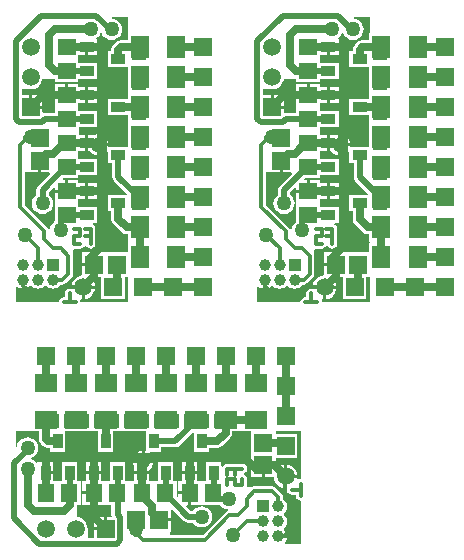
<source format=gbl>
%FSLAX24Y24*%
%MOIN*%
G70*
G01*
G75*
G04 Layer_Physical_Order=2*
G04 Layer_Color=16711680*
%ADD10R,0.0748X0.0591*%
%ADD11R,0.0551X0.0591*%
%ADD12R,0.1000X0.0260*%
%ADD13C,0.0120*%
%ADD14C,0.0250*%
%ADD15C,0.0200*%
%ADD16R,0.0591X0.0748*%
%ADD17R,0.0591X0.0551*%
%ADD18R,0.0260X0.1000*%
%ADD19R,0.0591X0.0591*%
%ADD20C,0.0394*%
%ADD21R,0.0394X0.0394*%
%ADD22C,0.0591*%
%ADD23R,0.0591X0.0591*%
%ADD24C,0.0500*%
%ADD25R,0.0394X0.0394*%
%ADD26R,0.0315X0.0512*%
%ADD27R,0.0320X0.0500*%
%ADD28R,0.0591X0.0630*%
%ADD29R,0.0630X0.0591*%
%ADD30R,0.0512X0.0315*%
%ADD31R,0.0500X0.0320*%
%ADD32R,0.0630X0.0591*%
G36*
X31176Y28050D02*
Y28044D01*
X31421D01*
Y27800D01*
X31438Y27712D01*
X31488Y27638D01*
X31563Y27563D01*
X31637Y27513D01*
X31725Y27496D01*
X31790D01*
Y27375D01*
X32310D01*
Y28044D01*
X32657D01*
X32657Y28044D01*
X32693Y28044D01*
Y28044D01*
X33207D01*
X33390D01*
Y27375D01*
X33910D01*
Y28044D01*
X34207D01*
X34657D01*
X34657Y28044D01*
X34693Y28044D01*
Y28044D01*
X34990D01*
Y27429D01*
X34952Y27396D01*
X34950Y27396D01*
Y27100D01*
X35246D01*
X35241Y27141D01*
X35206Y27227D01*
X35150Y27300D01*
X35113Y27328D01*
X35129Y27375D01*
X35510D01*
Y27521D01*
X35971D01*
X36049Y27537D01*
X36115Y27581D01*
X36544Y28009D01*
X36590Y27990D01*
Y27375D01*
X37110D01*
Y27496D01*
X37375D01*
X37463Y27513D01*
X37537Y27563D01*
X37537Y27563D01*
X37537Y27563D01*
X37812Y27838D01*
X37862Y27912D01*
X37879Y28000D01*
Y28044D01*
X38124D01*
Y28050D01*
X38176D01*
Y28044D01*
X38485D01*
Y26976D01*
X38900D01*
X39315D01*
Y27155D01*
X40045D01*
Y27945D01*
X39315D01*
Y28050D01*
X40150D01*
Y26463D01*
X40088Y26451D01*
X40081Y26446D01*
X40039Y26473D01*
X40042Y26500D01*
X39650D01*
Y26550D01*
X39600D01*
Y26942D01*
X39547Y26935D01*
X39451Y26895D01*
X39368Y26832D01*
X39362Y26824D01*
X39315Y26840D01*
Y26876D01*
X38950D01*
Y26531D01*
X39254D01*
X39265Y26447D01*
X39305Y26351D01*
X39368Y26268D01*
X39451Y26205D01*
X39547Y26165D01*
X39650Y26151D01*
X39656Y26152D01*
X39690Y26116D01*
X39687Y26100D01*
X39699Y26038D01*
X39735Y25985D01*
X39788Y25949D01*
X39850Y25937D01*
X39987D01*
Y25900D01*
X39999Y25838D01*
X40035Y25785D01*
X40088Y25749D01*
X40150Y25737D01*
Y24300D01*
X39639D01*
X39617Y24345D01*
X39659Y24400D01*
X39689Y24473D01*
X39693Y24500D01*
X39400D01*
Y24600D01*
X39693D01*
X39689Y24627D01*
X39659Y24700D01*
X39612Y24762D01*
X39594Y24775D01*
Y24825D01*
X39612Y24838D01*
X39659Y24900D01*
X39689Y24973D01*
X39699Y25050D01*
X39689Y25127D01*
X39659Y25200D01*
X39612Y25262D01*
X39594Y25275D01*
Y25325D01*
X39612Y25338D01*
X39659Y25400D01*
X39689Y25473D01*
X39699Y25550D01*
X39689Y25627D01*
X39659Y25700D01*
X39612Y25762D01*
X39563Y25799D01*
Y25850D01*
X39551Y25912D01*
X39515Y25965D01*
X39315Y26165D01*
X39262Y26201D01*
X39200Y26213D01*
X39200Y26213D01*
X39200Y26213D01*
X39200D01*
X38600D01*
X38538Y26201D01*
X38537Y26200D01*
X38393D01*
X38361Y26239D01*
X38363Y26250D01*
Y26450D01*
X38351Y26512D01*
X38315Y26565D01*
X38263Y26600D01*
Y26650D01*
X38315Y26685D01*
X38351Y26738D01*
X38363Y26800D01*
X38351Y26862D01*
X38315Y26915D01*
X38262Y26951D01*
X38200Y26963D01*
X37700D01*
X37638Y26951D01*
X37585Y26915D01*
X37558Y26875D01*
X37510Y26890D01*
Y27025D01*
X36990D01*
Y26395D01*
X36868D01*
D01*
X36868D01*
X36868Y26395D01*
X36832D01*
Y26395D01*
X36710D01*
Y26625D01*
X36450D01*
X36190D01*
Y26395D01*
X36081D01*
Y26050D01*
X36456D01*
Y26000D01*
X36506D01*
Y25605D01*
X36832D01*
X36832Y25605D01*
X36868Y25605D01*
Y25605D01*
X37413D01*
X37456Y25596D01*
X37465D01*
X37500Y25550D01*
X37573Y25494D01*
X37659Y25459D01*
X37718Y25451D01*
X37720Y25401D01*
X37717Y25401D01*
X37664Y25365D01*
X36905Y24606D01*
X35800D01*
Y24685D01*
X35819D01*
Y25050D01*
X35424D01*
Y25150D01*
X35819D01*
Y25430D01*
X35865Y25449D01*
X36258Y25056D01*
X36325Y25012D01*
X36403Y24996D01*
X36565D01*
X36600Y24950D01*
X36673Y24894D01*
X36759Y24859D01*
X36850Y24847D01*
X36941Y24859D01*
X37027Y24894D01*
X37100Y24950D01*
X37156Y25023D01*
X37191Y25109D01*
X37203Y25200D01*
X37191Y25291D01*
X37156Y25377D01*
X37100Y25450D01*
X37027Y25506D01*
X36941Y25541D01*
X36850Y25553D01*
X36759Y25541D01*
X36673Y25506D01*
X36600Y25450D01*
X36565Y25404D01*
X36487D01*
X36332Y25559D01*
X36352Y25605D01*
X36406D01*
Y25950D01*
X36081D01*
Y25876D01*
X36061Y25867D01*
X36019Y25895D01*
Y26395D01*
X35910D01*
Y27025D01*
X35390D01*
Y26395D01*
X35268D01*
D01*
X35268D01*
X35268Y26395D01*
X35232D01*
Y26395D01*
X35110D01*
Y26625D01*
X34850D01*
X34590D01*
Y26400D01*
X34310D01*
Y27025D01*
X33790D01*
Y26395D01*
X33668D01*
D01*
X33668D01*
X33668Y26395D01*
X33632D01*
Y26395D01*
X33510D01*
Y26625D01*
X33250D01*
X32990D01*
Y26395D01*
X32881D01*
Y26050D01*
X33256D01*
Y26000D01*
X33306D01*
Y25605D01*
X33632D01*
X33632Y25605D01*
X33668Y25605D01*
Y25605D01*
X33846D01*
Y25273D01*
X33846Y25273D01*
X33854Y25234D01*
X33822Y25195D01*
X33700D01*
Y24800D01*
X33650D01*
Y24750D01*
X33255D01*
Y24509D01*
X33050D01*
Y24799D01*
X33049Y24800D01*
X33035Y24903D01*
X32995Y24999D01*
X32932Y25082D01*
X32849Y25145D01*
X32753Y25185D01*
X32700Y25192D01*
Y25605D01*
X32819D01*
Y26395D01*
X32710D01*
Y27025D01*
X32190D01*
Y26395D01*
X32068D01*
D01*
X32068D01*
X32068Y26395D01*
X32032D01*
Y26395D01*
X31910D01*
Y26625D01*
X31650D01*
Y26675D01*
X31600D01*
Y27025D01*
X31390D01*
Y27010D01*
X31343Y26994D01*
X31300Y27050D01*
X31227Y27106D01*
X31180Y27125D01*
Y27175D01*
X31227Y27194D01*
X31300Y27250D01*
X31356Y27323D01*
X31391Y27409D01*
X31403Y27500D01*
X31391Y27591D01*
X31356Y27677D01*
X31300Y27750D01*
X31227Y27806D01*
X31141Y27841D01*
X31050Y27853D01*
X30959Y27841D01*
X30873Y27806D01*
X30800Y27750D01*
X30744Y27677D01*
X30709Y27591D01*
X30700Y27522D01*
X30650Y27525D01*
Y28050D01*
X31176D01*
D02*
G37*
%LPC*%
G36*
X36190Y27025D02*
Y26725D01*
X36400D01*
Y27025D01*
X36190D01*
D02*
G37*
G36*
X34554Y27000D02*
X34559Y26959D01*
X34590Y26884D01*
Y26725D01*
X34850D01*
X35110D01*
Y26770D01*
X35150Y26800D01*
X35206Y26873D01*
X35241Y26959D01*
X35246Y27000D01*
X34900D01*
X34554D01*
D02*
G37*
G36*
X36500Y27025D02*
Y26725D01*
X36710D01*
Y27025D01*
X36500D01*
D02*
G37*
G36*
X39700Y26942D02*
Y26600D01*
X40042D01*
X40035Y26653D01*
X39995Y26749D01*
X39932Y26832D01*
X39849Y26895D01*
X39753Y26935D01*
X39700Y26942D01*
D02*
G37*
G36*
X38485Y26876D02*
Y26531D01*
X38850D01*
Y26876D01*
X38485D01*
D02*
G37*
G36*
X34554Y27100D02*
X34850D01*
Y27396D01*
X34809Y27391D01*
X34723Y27356D01*
X34650Y27300D01*
X34594Y27227D01*
X34559Y27141D01*
X34554Y27100D01*
D02*
G37*
G36*
X32990Y27025D02*
Y26725D01*
X33200D01*
Y27025D01*
X32990D01*
D02*
G37*
G36*
X31700D02*
Y26725D01*
X31910D01*
Y27025D01*
X31700D01*
D02*
G37*
G36*
X32881Y25950D02*
Y25605D01*
X33206D01*
Y25950D01*
X32881D01*
D02*
G37*
G36*
X33255Y25195D02*
Y24850D01*
X33600D01*
Y25195D01*
X33255D01*
D02*
G37*
G36*
X33300Y27025D02*
Y26725D01*
X33510D01*
Y27025D01*
X33300D01*
D02*
G37*
%LPD*%
G36*
X42450Y41324D02*
X42444D01*
Y41079D01*
X42200D01*
X42112Y41062D01*
X42038Y41012D01*
X41963Y40937D01*
X41913Y40863D01*
X41896Y40775D01*
Y40710D01*
X41775D01*
Y40190D01*
X42444D01*
Y39843D01*
X42444Y39843D01*
X42444Y39807D01*
X42444D01*
Y39293D01*
Y39110D01*
X41775D01*
Y38590D01*
X42444D01*
Y38293D01*
Y37843D01*
X42444Y37843D01*
X42444Y37807D01*
X42444D01*
Y37510D01*
X41829D01*
X41796Y37548D01*
X41796Y37550D01*
X41500D01*
Y37254D01*
X41541Y37259D01*
X41627Y37294D01*
X41700Y37350D01*
X41728Y37387D01*
X41775Y37371D01*
Y36990D01*
X41921D01*
Y36529D01*
X41937Y36451D01*
X41981Y36385D01*
X42409Y35956D01*
X42390Y35910D01*
X41775D01*
Y35390D01*
X41896D01*
Y35125D01*
X41913Y35037D01*
X41963Y34963D01*
X41963Y34963D01*
X41963Y34963D01*
X42238Y34688D01*
X42312Y34638D01*
X42400Y34621D01*
X42444D01*
Y34376D01*
X42450D01*
Y34324D01*
X42444D01*
Y34015D01*
X41376D01*
Y33600D01*
Y33185D01*
X41555D01*
Y32455D01*
X42345D01*
Y33185D01*
X42450D01*
Y32350D01*
X40863D01*
X40851Y32412D01*
X40846Y32419D01*
X40873Y32461D01*
X40900Y32458D01*
Y32850D01*
X40950D01*
Y32900D01*
X41342D01*
X41335Y32953D01*
X41295Y33049D01*
X41232Y33132D01*
X41224Y33138D01*
X41240Y33185D01*
X41276D01*
Y33550D01*
X40931D01*
Y33246D01*
X40847Y33235D01*
X40751Y33195D01*
X40668Y33132D01*
X40605Y33049D01*
X40565Y32953D01*
X40551Y32850D01*
X40552Y32844D01*
X40516Y32810D01*
X40500Y32813D01*
X40438Y32801D01*
X40385Y32765D01*
X40349Y32712D01*
X40337Y32650D01*
Y32513D01*
X40300D01*
X40238Y32501D01*
X40185Y32465D01*
X40149Y32412D01*
X40137Y32350D01*
X38700D01*
Y32861D01*
X38745Y32883D01*
X38800Y32841D01*
X38873Y32811D01*
X38900Y32807D01*
Y33100D01*
X39000D01*
Y32807D01*
X39027Y32811D01*
X39100Y32841D01*
X39162Y32888D01*
X39175Y32906D01*
X39225D01*
X39238Y32888D01*
X39300Y32841D01*
X39373Y32811D01*
X39450Y32801D01*
X39527Y32811D01*
X39600Y32841D01*
X39662Y32888D01*
X39675Y32906D01*
X39725D01*
X39738Y32888D01*
X39800Y32841D01*
X39873Y32811D01*
X39950Y32801D01*
X40027Y32811D01*
X40100Y32841D01*
X40162Y32888D01*
X40199Y32937D01*
X40250D01*
X40312Y32949D01*
X40365Y32985D01*
X40565Y33185D01*
X40601Y33238D01*
X40613Y33300D01*
X40613Y33300D01*
X40613Y33300D01*
Y33300D01*
Y33900D01*
X40601Y33962D01*
X40600Y33963D01*
Y34107D01*
X40639Y34139D01*
X40650Y34137D01*
X40850D01*
X40912Y34149D01*
X40965Y34185D01*
X41000Y34237D01*
X41050D01*
X41085Y34185D01*
X41138Y34149D01*
X41200Y34137D01*
X41262Y34149D01*
X41315Y34185D01*
X41351Y34238D01*
X41363Y34300D01*
Y34800D01*
X41351Y34862D01*
X41315Y34915D01*
X41275Y34942D01*
X41290Y34990D01*
X41425D01*
Y35510D01*
X40795D01*
Y35632D01*
D01*
Y35632D01*
X40795Y35632D01*
Y35668D01*
X40795D01*
Y35790D01*
X41025D01*
Y36050D01*
Y36310D01*
X40795D01*
Y36419D01*
X40450D01*
Y36044D01*
X40400D01*
Y35994D01*
X40005D01*
Y35668D01*
X40005Y35668D01*
X40005Y35632D01*
X40005D01*
Y35087D01*
X39996Y35044D01*
Y35035D01*
X39950Y35000D01*
X39894Y34927D01*
X39859Y34841D01*
X39851Y34782D01*
X39801Y34780D01*
X39801Y34783D01*
X39765Y34836D01*
X39006Y35595D01*
Y36700D01*
X39085D01*
Y36681D01*
X39450D01*
Y37076D01*
X39550D01*
Y36681D01*
X39830D01*
X39849Y36635D01*
X39456Y36242D01*
X39412Y36175D01*
X39396Y36097D01*
Y35935D01*
X39350Y35900D01*
X39294Y35827D01*
X39259Y35741D01*
X39247Y35650D01*
X39259Y35559D01*
X39294Y35473D01*
X39350Y35400D01*
X39423Y35344D01*
X39509Y35309D01*
X39600Y35297D01*
X39691Y35309D01*
X39777Y35344D01*
X39850Y35400D01*
X39906Y35473D01*
X39941Y35559D01*
X39953Y35650D01*
X39941Y35741D01*
X39906Y35827D01*
X39850Y35900D01*
X39804Y35935D01*
Y36013D01*
X39959Y36168D01*
X40005Y36148D01*
Y36094D01*
X40350D01*
Y36419D01*
X40276D01*
X40267Y36439D01*
X40295Y36481D01*
X40795D01*
Y36590D01*
X41425D01*
Y37110D01*
X40795D01*
Y37232D01*
D01*
Y37232D01*
X40795Y37232D01*
Y37268D01*
X40795D01*
Y37390D01*
X41025D01*
Y37650D01*
Y37910D01*
X40800D01*
Y38190D01*
X41425D01*
Y38710D01*
X40795D01*
Y38832D01*
D01*
Y38832D01*
X40795Y38832D01*
Y38868D01*
X40795D01*
Y38990D01*
X41025D01*
Y39250D01*
Y39510D01*
X40795D01*
Y39619D01*
X40450D01*
Y39244D01*
X40400D01*
Y39194D01*
X40005D01*
Y38868D01*
X40005Y38868D01*
X40005Y38832D01*
X40005D01*
Y38654D01*
X39673D01*
X39673Y38654D01*
X39634Y38646D01*
X39595Y38678D01*
Y38800D01*
X39200D01*
Y38850D01*
X39150D01*
Y39245D01*
X38909D01*
Y39450D01*
X39199D01*
X39200Y39451D01*
X39303Y39465D01*
X39399Y39505D01*
X39482Y39568D01*
X39545Y39651D01*
X39585Y39747D01*
X39592Y39800D01*
X40005D01*
Y39681D01*
X40795D01*
Y39790D01*
X41425D01*
Y40310D01*
X40795D01*
Y40432D01*
D01*
Y40432D01*
X40795Y40432D01*
Y40468D01*
X40795D01*
Y40590D01*
X41025D01*
Y40850D01*
X41075D01*
Y40900D01*
X41425D01*
Y41110D01*
X41410D01*
X41394Y41157D01*
X41450Y41200D01*
X41506Y41273D01*
X41525Y41320D01*
X41575D01*
X41594Y41273D01*
X41650Y41200D01*
X41723Y41144D01*
X41809Y41109D01*
X41900Y41097D01*
X41991Y41109D01*
X42077Y41144D01*
X42150Y41200D01*
X42206Y41273D01*
X42241Y41359D01*
X42253Y41450D01*
X42241Y41541D01*
X42206Y41627D01*
X42150Y41700D01*
X42077Y41756D01*
X41991Y41791D01*
X41922Y41800D01*
X41925Y41850D01*
X42450D01*
Y41324D01*
D02*
G37*
%LPC*%
G36*
X41425Y36310D02*
X41125D01*
Y36100D01*
X41425D01*
Y36310D01*
D02*
G37*
G36*
X41400Y37946D02*
X41359Y37941D01*
X41284Y37910D01*
X41125D01*
Y37650D01*
Y37390D01*
X41170D01*
X41200Y37350D01*
X41273Y37294D01*
X41359Y37259D01*
X41400Y37254D01*
Y37600D01*
Y37946D01*
D02*
G37*
G36*
X41425Y36000D02*
X41125D01*
Y35790D01*
X41425D01*
Y36000D01*
D02*
G37*
G36*
X41342Y32800D02*
X41000D01*
Y32458D01*
X41053Y32465D01*
X41149Y32505D01*
X41232Y32568D01*
X41295Y32651D01*
X41335Y32747D01*
X41342Y32800D01*
D02*
G37*
G36*
X41276Y34015D02*
X40931D01*
Y33650D01*
X41276D01*
Y34015D01*
D02*
G37*
G36*
X41500Y37946D02*
Y37650D01*
X41796D01*
X41791Y37691D01*
X41756Y37777D01*
X41700Y37850D01*
X41627Y37906D01*
X41541Y37941D01*
X41500Y37946D01*
D02*
G37*
G36*
X41425Y39510D02*
X41125D01*
Y39300D01*
X41425D01*
Y39510D01*
D02*
G37*
G36*
Y40800D02*
X41125D01*
Y40590D01*
X41425D01*
Y40800D01*
D02*
G37*
G36*
X40350Y39619D02*
X40005D01*
Y39294D01*
X40350D01*
Y39619D01*
D02*
G37*
G36*
X39595Y39245D02*
X39250D01*
Y38900D01*
X39595D01*
Y39245D01*
D02*
G37*
G36*
X41425Y39200D02*
X41125D01*
Y38990D01*
X41425D01*
Y39200D01*
D02*
G37*
%LPD*%
G36*
X34400Y41324D02*
X34394D01*
Y41079D01*
X34150D01*
X34062Y41062D01*
X33988Y41012D01*
X33913Y40937D01*
X33863Y40863D01*
X33846Y40775D01*
Y40710D01*
X33725D01*
Y40190D01*
X34394D01*
Y39843D01*
X34394Y39843D01*
X34394Y39807D01*
X34394D01*
Y39293D01*
Y39110D01*
X33725D01*
Y38590D01*
X34394D01*
Y38293D01*
Y37843D01*
X34394Y37843D01*
X34394Y37807D01*
X34394D01*
Y37510D01*
X33779D01*
X33746Y37548D01*
X33746Y37550D01*
X33450D01*
Y37254D01*
X33491Y37259D01*
X33577Y37294D01*
X33650Y37350D01*
X33678Y37387D01*
X33725Y37371D01*
Y36990D01*
X33871D01*
Y36529D01*
X33887Y36451D01*
X33931Y36385D01*
X34359Y35956D01*
X34340Y35910D01*
X33725D01*
Y35390D01*
X33846D01*
Y35125D01*
X33863Y35037D01*
X33913Y34963D01*
X33913Y34963D01*
X33913Y34963D01*
X34188Y34688D01*
X34262Y34638D01*
X34350Y34621D01*
X34394D01*
Y34376D01*
X34400D01*
Y34324D01*
X34394D01*
Y34015D01*
X33326D01*
Y33600D01*
Y33185D01*
X33505D01*
Y32455D01*
X34295D01*
Y33185D01*
X34400D01*
Y32350D01*
X32813D01*
X32801Y32412D01*
X32796Y32419D01*
X32823Y32461D01*
X32850Y32458D01*
Y32850D01*
X32900D01*
Y32900D01*
X33292D01*
X33285Y32953D01*
X33245Y33049D01*
X33182Y33132D01*
X33174Y33138D01*
X33190Y33185D01*
X33226D01*
Y33550D01*
X32881D01*
Y33246D01*
X32797Y33235D01*
X32701Y33195D01*
X32618Y33132D01*
X32555Y33049D01*
X32515Y32953D01*
X32501Y32850D01*
X32502Y32844D01*
X32466Y32810D01*
X32450Y32813D01*
X32388Y32801D01*
X32335Y32765D01*
X32299Y32712D01*
X32287Y32650D01*
Y32513D01*
X32250D01*
X32188Y32501D01*
X32135Y32465D01*
X32099Y32412D01*
X32087Y32350D01*
X30650D01*
Y32861D01*
X30695Y32883D01*
X30750Y32841D01*
X30823Y32811D01*
X30850Y32807D01*
Y33100D01*
X30950D01*
Y32807D01*
X30977Y32811D01*
X31050Y32841D01*
X31112Y32888D01*
X31125Y32906D01*
X31175D01*
X31188Y32888D01*
X31250Y32841D01*
X31323Y32811D01*
X31400Y32801D01*
X31477Y32811D01*
X31550Y32841D01*
X31612Y32888D01*
X31625Y32906D01*
X31675D01*
X31688Y32888D01*
X31750Y32841D01*
X31823Y32811D01*
X31900Y32801D01*
X31977Y32811D01*
X32050Y32841D01*
X32112Y32888D01*
X32149Y32937D01*
X32200D01*
X32262Y32949D01*
X32315Y32985D01*
X32515Y33185D01*
X32551Y33238D01*
X32563Y33300D01*
X32563Y33300D01*
X32563Y33300D01*
Y33300D01*
Y33900D01*
X32551Y33962D01*
X32550Y33963D01*
Y34107D01*
X32589Y34139D01*
X32600Y34137D01*
X32800D01*
X32862Y34149D01*
X32915Y34185D01*
X32950Y34237D01*
X33000D01*
X33035Y34185D01*
X33088Y34149D01*
X33150Y34137D01*
X33212Y34149D01*
X33265Y34185D01*
X33301Y34238D01*
X33313Y34300D01*
Y34800D01*
X33301Y34862D01*
X33265Y34915D01*
X33225Y34942D01*
X33240Y34990D01*
X33375D01*
Y35510D01*
X32745D01*
Y35632D01*
D01*
Y35632D01*
X32745Y35632D01*
Y35668D01*
X32745D01*
Y35790D01*
X32975D01*
Y36050D01*
Y36310D01*
X32745D01*
Y36419D01*
X32400D01*
Y36044D01*
X32350D01*
Y35994D01*
X31955D01*
Y35668D01*
X31955Y35668D01*
X31955Y35632D01*
X31955D01*
Y35087D01*
X31946Y35044D01*
Y35035D01*
X31900Y35000D01*
X31844Y34927D01*
X31809Y34841D01*
X31801Y34782D01*
X31751Y34780D01*
X31751Y34783D01*
X31715Y34836D01*
X30956Y35595D01*
Y36700D01*
X31035D01*
Y36681D01*
X31400D01*
Y37076D01*
X31500D01*
Y36681D01*
X31780D01*
X31799Y36635D01*
X31406Y36242D01*
X31362Y36175D01*
X31346Y36097D01*
Y35935D01*
X31300Y35900D01*
X31244Y35827D01*
X31209Y35741D01*
X31197Y35650D01*
X31209Y35559D01*
X31244Y35473D01*
X31300Y35400D01*
X31373Y35344D01*
X31459Y35309D01*
X31550Y35297D01*
X31641Y35309D01*
X31727Y35344D01*
X31800Y35400D01*
X31856Y35473D01*
X31891Y35559D01*
X31903Y35650D01*
X31891Y35741D01*
X31856Y35827D01*
X31800Y35900D01*
X31754Y35935D01*
Y36013D01*
X31909Y36168D01*
X31955Y36148D01*
Y36094D01*
X32300D01*
Y36419D01*
X32226D01*
X32217Y36439D01*
X32245Y36481D01*
X32745D01*
Y36590D01*
X33375D01*
Y37110D01*
X32745D01*
Y37232D01*
D01*
Y37232D01*
X32745Y37232D01*
Y37268D01*
X32745D01*
Y37390D01*
X32975D01*
Y37650D01*
Y37910D01*
X32750D01*
Y38190D01*
X33375D01*
Y38710D01*
X32745D01*
Y38832D01*
D01*
Y38832D01*
X32745Y38832D01*
Y38868D01*
X32745D01*
Y38990D01*
X32975D01*
Y39250D01*
Y39510D01*
X32745D01*
Y39619D01*
X32400D01*
Y39244D01*
X32350D01*
Y39194D01*
X31955D01*
Y38868D01*
X31955Y38868D01*
X31955Y38832D01*
X31955D01*
Y38654D01*
X31623D01*
X31623Y38654D01*
X31584Y38646D01*
X31545Y38678D01*
Y38800D01*
X31150D01*
Y38850D01*
X31100D01*
Y39245D01*
X30859D01*
Y39450D01*
X31149D01*
X31150Y39451D01*
X31253Y39465D01*
X31349Y39505D01*
X31432Y39568D01*
X31495Y39651D01*
X31535Y39747D01*
X31542Y39800D01*
X31955D01*
Y39681D01*
X32745D01*
Y39790D01*
X33375D01*
Y40310D01*
X32745D01*
Y40432D01*
D01*
Y40432D01*
X32745Y40432D01*
Y40468D01*
X32745D01*
Y40590D01*
X32975D01*
Y40850D01*
X33025D01*
Y40900D01*
X33375D01*
Y41110D01*
X33360D01*
X33344Y41157D01*
X33400Y41200D01*
X33456Y41273D01*
X33475Y41320D01*
X33525D01*
X33544Y41273D01*
X33600Y41200D01*
X33673Y41144D01*
X33759Y41109D01*
X33850Y41097D01*
X33941Y41109D01*
X34027Y41144D01*
X34100Y41200D01*
X34156Y41273D01*
X34191Y41359D01*
X34203Y41450D01*
X34191Y41541D01*
X34156Y41627D01*
X34100Y41700D01*
X34027Y41756D01*
X33941Y41791D01*
X33872Y41800D01*
X33875Y41850D01*
X34400D01*
Y41324D01*
D02*
G37*
%LPC*%
G36*
X33375Y36310D02*
X33075D01*
Y36100D01*
X33375D01*
Y36310D01*
D02*
G37*
G36*
X33350Y37946D02*
X33309Y37941D01*
X33234Y37910D01*
X33075D01*
Y37650D01*
Y37390D01*
X33120D01*
X33150Y37350D01*
X33223Y37294D01*
X33309Y37259D01*
X33350Y37254D01*
Y37600D01*
Y37946D01*
D02*
G37*
G36*
X33375Y36000D02*
X33075D01*
Y35790D01*
X33375D01*
Y36000D01*
D02*
G37*
G36*
X33292Y32800D02*
X32950D01*
Y32458D01*
X33003Y32465D01*
X33099Y32505D01*
X33182Y32568D01*
X33245Y32651D01*
X33285Y32747D01*
X33292Y32800D01*
D02*
G37*
G36*
X33226Y34015D02*
X32881D01*
Y33650D01*
X33226D01*
Y34015D01*
D02*
G37*
G36*
X33450Y37946D02*
Y37650D01*
X33746D01*
X33741Y37691D01*
X33706Y37777D01*
X33650Y37850D01*
X33577Y37906D01*
X33491Y37941D01*
X33450Y37946D01*
D02*
G37*
G36*
X33375Y39510D02*
X33075D01*
Y39300D01*
X33375D01*
Y39510D01*
D02*
G37*
G36*
Y40800D02*
X33075D01*
Y40590D01*
X33375D01*
Y40800D01*
D02*
G37*
G36*
X32300Y39619D02*
X31955D01*
Y39294D01*
X32300D01*
Y39619D01*
D02*
G37*
G36*
X31545Y39245D02*
X31200D01*
Y38900D01*
X31545D01*
Y39245D01*
D02*
G37*
G36*
X33375Y39200D02*
X33075D01*
Y38990D01*
X33375D01*
Y39200D01*
D02*
G37*
%LPD*%
D10*
X35650Y28440D02*
D03*
Y29660D02*
D03*
X33650Y28440D02*
D03*
Y29660D02*
D03*
X32650Y28440D02*
D03*
Y29660D02*
D03*
X34650Y28440D02*
D03*
Y29660D02*
D03*
X36650Y28440D02*
D03*
Y29660D02*
D03*
X38650Y28440D02*
D03*
Y29660D02*
D03*
X37650Y28440D02*
D03*
Y29660D02*
D03*
X31650Y28440D02*
D03*
Y29660D02*
D03*
D11*
X33256Y26000D02*
D03*
X34044D02*
D03*
X31656D02*
D03*
X32444D02*
D03*
X36456D02*
D03*
X37244D02*
D03*
X34856D02*
D03*
X35644D02*
D03*
D13*
X38350Y25550D02*
Y25800D01*
X38050Y25250D02*
X38350Y25550D01*
X38050Y25250D02*
X37780D01*
X36973Y24443D02*
X37780Y25250D01*
X38350Y25800D02*
X38600Y26050D01*
X39200D02*
X38600D01*
X37900Y24600D02*
X38350Y25050D01*
X38900D02*
X38350D01*
X39400Y25550D02*
Y25850D01*
X39200Y26050D01*
X39750Y26502D02*
X39676Y26576D01*
X39600Y24550D02*
X39400D01*
X39600D02*
X39850Y24800D01*
Y25789D01*
X39630Y26009D01*
Y26530D01*
X39650Y26550D01*
X37900Y24600D02*
Y24750D01*
X36973Y24443D02*
X34907D01*
X34676Y24674D01*
X40150Y25900D02*
Y26300D01*
Y26100D02*
X39850D01*
X38200Y26800D02*
X37700D01*
Y26600D02*
Y26800D01*
X37950Y26600D02*
Y26800D01*
Y26450D02*
X37700D01*
X37950Y26250D02*
Y26450D01*
X38200Y26250D02*
X37950D01*
X38200D02*
Y26450D01*
X37700Y26250D02*
Y26450D01*
X39950Y34150D02*
X40200D01*
X39650Y34450D02*
X39950Y34150D01*
X39650Y34450D02*
Y34720D01*
X38843Y35527D02*
X39650Y34720D01*
X40200Y34150D02*
X40450Y33900D01*
Y33300D02*
Y33900D01*
X39000Y34600D02*
X39450Y34150D01*
Y33600D02*
Y34150D01*
X39950Y33100D02*
X40250D01*
X40450Y33300D01*
X40902Y32750D02*
X40976Y32824D01*
X38950Y32900D02*
Y33100D01*
Y32900D02*
X39200Y32650D01*
X40189D01*
X40409Y32870D01*
X40930D01*
X40950Y32850D01*
X39000Y34600D02*
X39150D01*
X38843Y35527D02*
Y37593D01*
X39074Y37824D01*
X40300Y32350D02*
X40700D01*
X40500D02*
Y32650D01*
X41200Y34300D02*
Y34800D01*
X41000D02*
X41200D01*
X41000Y34550D02*
X41200D01*
X40850D02*
Y34800D01*
X40650Y34550D02*
X40850D01*
X40650Y34300D02*
Y34550D01*
Y34300D02*
X40850D01*
X40650Y34800D02*
X40850D01*
X31900Y34150D02*
X32150D01*
X31600Y34450D02*
X31900Y34150D01*
X31600Y34450D02*
Y34720D01*
X30793Y35527D02*
X31600Y34720D01*
X32150Y34150D02*
X32400Y33900D01*
Y33300D02*
Y33900D01*
X30950Y34600D02*
X31400Y34150D01*
Y33600D02*
Y34150D01*
X31900Y33100D02*
X32200D01*
X32400Y33300D01*
X32852Y32750D02*
X32926Y32824D01*
X30900Y32900D02*
Y33100D01*
Y32900D02*
X31150Y32650D01*
X32139D01*
X32359Y32870D01*
X32880D01*
X32900Y32850D01*
X30950Y34600D02*
X31100D01*
X30793Y35527D02*
Y37593D01*
X31024Y37824D01*
X32250Y32350D02*
X32650D01*
X32450D02*
Y32650D01*
X33150Y34300D02*
Y34800D01*
X32950D02*
X33150D01*
X32950Y34550D02*
X33150D01*
X32800D02*
Y34800D01*
X32600Y34550D02*
X32800D01*
X32600Y34300D02*
Y34550D01*
Y34300D02*
X32800D01*
X32600Y34800D02*
X32800D01*
D14*
X38250Y27200D02*
X36450D01*
X38624Y26826D02*
X38250Y27200D01*
X38924Y26826D02*
X38624D01*
X39650Y26550D02*
X39274Y26926D01*
X38900D01*
X38976Y26774D02*
X38924Y26826D01*
X39526Y27674D02*
X38900D01*
X39650Y27550D02*
X39526Y27674D01*
X34650Y24700D02*
Y24800D01*
X34676Y24674D02*
X34650Y24700D01*
X39650Y29550D02*
Y30550D01*
Y28550D02*
Y29550D01*
X37650Y28000D02*
Y28440D01*
X38650D02*
X37650D01*
X34676Y24674D02*
Y25100D01*
X35424D02*
X35196Y25328D01*
Y25558D02*
X34856Y25898D01*
Y26000D01*
X35196Y25328D02*
Y25558D01*
X34850Y27100D02*
Y27200D01*
Y27100D02*
X34750D01*
X34650Y27200D01*
X32450Y25600D02*
Y26006D01*
X32250Y25400D02*
X32450Y25600D01*
X32250Y25400D02*
X31250D01*
X31050Y25600D01*
Y26800D01*
X33650Y27725D02*
Y28440D01*
X31650Y29660D02*
Y30550D01*
X32650Y29660D02*
Y30550D01*
X33650Y29660D02*
Y30550D01*
X34650Y29660D02*
Y30550D01*
X35650Y29660D02*
Y30550D01*
X36650Y29660D02*
Y30550D01*
X37650Y29660D02*
Y30550D01*
X38650Y29660D02*
Y30550D01*
X32050Y27725D02*
X31725D01*
X31650Y27800D01*
Y28440D01*
X37375Y27725D02*
X36850D01*
X37375D02*
X37650Y28000D01*
X36456Y26000D02*
Y26669D01*
X34856Y26000D02*
Y26669D01*
X33256Y26000D02*
Y26669D01*
X31656Y26000D02*
Y26669D01*
X31650Y26675D02*
Y27200D01*
X33250Y26675D02*
Y27200D01*
X31650D01*
X36450Y26675D02*
Y27200D01*
X33250Y25994D02*
X33256Y26000D01*
X33250Y25200D02*
Y25994D01*
X33650Y24800D02*
X33250Y25200D01*
X34850Y27200D02*
X34650D01*
X33250D01*
X35000Y27050D02*
X35050Y27100D01*
X35000Y27050D02*
X34900D01*
X36450Y27200D02*
X34850D01*
X35050Y27100D02*
X34850D01*
Y26675D02*
Y27100D01*
X41600Y34250D02*
Y36050D01*
X41226Y33876D02*
X41600Y34250D01*
X41226Y33576D02*
Y33876D01*
X40950Y32850D02*
X41326Y33226D01*
Y33600D01*
X41174Y33524D02*
X41226Y33576D01*
X42074Y32974D02*
Y33600D01*
X41950Y32850D02*
X42074Y32974D01*
X39100Y37850D02*
X39200D01*
X39074Y37824D02*
X39100Y37850D01*
X43950Y32850D02*
X44950D01*
X42950D02*
X43950D01*
X42400Y34850D02*
X42840D01*
Y33850D02*
Y34850D01*
X39074Y37824D02*
X39500D01*
Y37076D02*
X39728Y37304D01*
X39958D02*
X40298Y37644D01*
X40400D01*
X39728Y37304D02*
X39958D01*
X41500Y37650D02*
X41600D01*
X41500D02*
Y37750D01*
X41600Y37850D01*
X40000Y40050D02*
X40406D01*
X39800Y40250D02*
X40000Y40050D01*
X39800Y40250D02*
Y41250D01*
X40000Y41450D01*
X41200D01*
X42125Y38850D02*
X42840D01*
X44060Y40850D02*
X44950D01*
X44060Y39850D02*
X44950D01*
X44060Y38850D02*
X44950D01*
X44060Y37850D02*
X44950D01*
X44060Y36850D02*
X44950D01*
X44060Y35850D02*
X44950D01*
X44060Y34850D02*
X44950D01*
X44060Y33850D02*
X44950D01*
X42125Y40450D02*
Y40775D01*
X42200Y40850D01*
X42840D01*
X42125Y35125D02*
Y35650D01*
Y35125D02*
X42400Y34850D01*
X40400Y36044D02*
X41069D01*
X40400Y37644D02*
X41069D01*
X40400Y39244D02*
X41069D01*
X40400Y40844D02*
X41069D01*
X41075Y40850D02*
X41600D01*
X41075Y39250D02*
X41600D01*
Y40850D01*
X41075Y36050D02*
X41600D01*
X40394Y39250D02*
X40400Y39244D01*
X39600Y39250D02*
X40394D01*
X39200Y38850D02*
X39600Y39250D01*
X41600Y37650D02*
Y37850D01*
Y39250D01*
X41450Y37500D02*
X41500Y37450D01*
X41450Y37500D02*
Y37600D01*
X41600Y36050D02*
Y37650D01*
X41500Y37450D02*
Y37650D01*
X41075D02*
X41500D01*
X33550Y34250D02*
Y36050D01*
X33176Y33876D02*
X33550Y34250D01*
X33176Y33576D02*
Y33876D01*
X32900Y32850D02*
X33276Y33226D01*
Y33600D01*
X33124Y33524D02*
X33176Y33576D01*
X34024Y32974D02*
Y33600D01*
X33900Y32850D02*
X34024Y32974D01*
X31050Y37850D02*
X31150D01*
X31024Y37824D02*
X31050Y37850D01*
X35900Y32850D02*
X36900D01*
X34900D02*
X35900D01*
X34350Y34850D02*
X34790D01*
Y33850D02*
Y34850D01*
X31024Y37824D02*
X31450D01*
Y37076D02*
X31678Y37304D01*
X31908D02*
X32248Y37644D01*
X32350D01*
X31678Y37304D02*
X31908D01*
X33450Y37650D02*
X33550D01*
X33450D02*
Y37750D01*
X33550Y37850D01*
X31950Y40050D02*
X32356D01*
X31750Y40250D02*
X31950Y40050D01*
X31750Y40250D02*
Y41250D01*
X31950Y41450D01*
X33150D01*
X34075Y38850D02*
X34790D01*
X36010Y40850D02*
X36900D01*
X36010Y39850D02*
X36900D01*
X36010Y38850D02*
X36900D01*
X36010Y37850D02*
X36900D01*
X36010Y36850D02*
X36900D01*
X36010Y35850D02*
X36900D01*
X36010Y34850D02*
X36900D01*
X36010Y33850D02*
X36900D01*
X34075Y40450D02*
Y40775D01*
X34150Y40850D01*
X34790D01*
X34075Y35125D02*
Y35650D01*
Y35125D02*
X34350Y34850D01*
X32350Y36044D02*
X33019D01*
X32350Y37644D02*
X33019D01*
X32350Y39244D02*
X33019D01*
X32350Y40844D02*
X33019D01*
X33025Y40850D02*
X33550D01*
X33025Y39250D02*
X33550D01*
Y40850D01*
X33025Y36050D02*
X33550D01*
X32344Y39250D02*
X32350Y39244D01*
X31550Y39250D02*
X32344D01*
X31150Y38850D02*
X31550Y39250D01*
X33550Y37650D02*
Y37850D01*
Y39250D01*
X33400Y37500D02*
X33450Y37450D01*
X33400Y37500D02*
Y37600D01*
X33550Y36050D02*
Y37650D01*
X33450Y37450D02*
Y37650D01*
X33025D02*
X33450D01*
D15*
X35971Y27725D02*
X36650Y28404D01*
Y28440D01*
X36403Y25200D02*
X35650Y25953D01*
X36850Y25200D02*
X36403D01*
X37750Y25800D02*
X37456D01*
X31445Y24305D02*
X30600Y25150D01*
Y26986D01*
X34145Y25178D02*
X34050Y25273D01*
X34145Y24422D02*
Y25178D01*
X34028Y24305D02*
X34145Y24422D01*
X34028Y24305D02*
X31445D01*
X30600Y26986D02*
X31050Y27436D01*
Y27500D01*
X35971Y27725D02*
X35250D01*
X37250Y26006D02*
Y26675D01*
X35650Y26006D02*
Y26675D01*
X34050Y25273D02*
Y26675D01*
X32450Y26006D02*
Y26675D01*
X42125Y36529D02*
X42804Y35850D01*
X42840D01*
X39600Y36097D02*
X40353Y36850D01*
X39600Y35650D02*
Y36097D01*
X40200Y34750D02*
Y35044D01*
X38705Y41055D02*
X39550Y41900D01*
X41386D01*
X39578Y38355D02*
X39673Y38450D01*
X38822Y38355D02*
X39578D01*
X38705Y38472D02*
X38822Y38355D01*
X38705Y38472D02*
Y41055D01*
X41386Y41900D02*
X41836Y41450D01*
X41900D01*
X42125Y36529D02*
Y37250D01*
X40406Y35250D02*
X41075D01*
X40406Y36850D02*
X41075D01*
X39673Y38450D02*
X41075D01*
X40406Y40050D02*
X41075D01*
X34075Y36529D02*
X34754Y35850D01*
X34790D01*
X31550Y36097D02*
X32303Y36850D01*
X31550Y35650D02*
Y36097D01*
X32150Y34750D02*
Y35044D01*
X30655Y41055D02*
X31500Y41900D01*
X33336D01*
X31528Y38355D02*
X31623Y38450D01*
X30772Y38355D02*
X31528D01*
X30655Y38472D02*
X30772Y38355D01*
X30655Y38472D02*
Y41055D01*
X33336Y41900D02*
X33786Y41450D01*
X33850D01*
X34075Y36529D02*
Y37250D01*
X32356Y35250D02*
X33025D01*
X32356Y36850D02*
X33025D01*
X31623Y38450D02*
X33025D01*
X32356Y40050D02*
X33025D01*
D16*
X42840Y36850D02*
D03*
X44060D02*
D03*
X42840Y38850D02*
D03*
X44060D02*
D03*
X42840Y39850D02*
D03*
X44060D02*
D03*
X42840Y37850D02*
D03*
X44060D02*
D03*
X42840Y35850D02*
D03*
X44060D02*
D03*
X42840Y33850D02*
D03*
X44060D02*
D03*
X42840Y34850D02*
D03*
X44060D02*
D03*
X42840Y40850D02*
D03*
X44060D02*
D03*
X34790Y36850D02*
D03*
X36010D02*
D03*
X34790Y38850D02*
D03*
X36010D02*
D03*
X34790Y39850D02*
D03*
X36010D02*
D03*
X34790Y37850D02*
D03*
X36010D02*
D03*
X34790Y35850D02*
D03*
X36010D02*
D03*
X34790Y33850D02*
D03*
X36010D02*
D03*
X34790Y34850D02*
D03*
X36010D02*
D03*
X34790Y40850D02*
D03*
X36010D02*
D03*
D17*
X40400Y39244D02*
D03*
Y38456D02*
D03*
Y40844D02*
D03*
Y40056D02*
D03*
Y36044D02*
D03*
Y35256D02*
D03*
Y37644D02*
D03*
Y36856D02*
D03*
X32350Y39244D02*
D03*
Y38456D02*
D03*
Y40844D02*
D03*
Y40056D02*
D03*
Y36044D02*
D03*
Y35256D02*
D03*
Y37644D02*
D03*
Y36856D02*
D03*
D19*
X39650Y28550D02*
D03*
X35650Y30550D02*
D03*
X34650D02*
D03*
X33650D02*
D03*
X32650D02*
D03*
X39650Y27550D02*
D03*
X31650Y30550D02*
D03*
X38650D02*
D03*
X37650D02*
D03*
X36650D02*
D03*
X39650Y29550D02*
D03*
Y30550D02*
D03*
X39200Y38850D02*
D03*
X31150D02*
D03*
D20*
X39400Y24550D02*
D03*
X38900D02*
D03*
X39400Y25050D02*
D03*
X38900D02*
D03*
X39400Y25550D02*
D03*
X38950Y33100D02*
D03*
Y33600D02*
D03*
X39450Y33100D02*
D03*
Y33600D02*
D03*
X39950Y33100D02*
D03*
X30900D02*
D03*
Y33600D02*
D03*
X31400Y33100D02*
D03*
Y33600D02*
D03*
X31900Y33100D02*
D03*
D21*
X38900Y25550D02*
D03*
D22*
X31650Y24800D02*
D03*
X32650D02*
D03*
X39650Y26550D02*
D03*
X39200Y40850D02*
D03*
Y39850D02*
D03*
X40950Y32850D02*
D03*
X31150Y40850D02*
D03*
Y39850D02*
D03*
X32900Y32850D02*
D03*
D23*
X33650Y24800D02*
D03*
X42950Y32850D02*
D03*
X44950Y36850D02*
D03*
Y37850D02*
D03*
Y38850D02*
D03*
Y39850D02*
D03*
X41950Y32850D02*
D03*
X44950Y40850D02*
D03*
Y33850D02*
D03*
Y34850D02*
D03*
Y35850D02*
D03*
X43950Y32850D02*
D03*
X44950D02*
D03*
X34900D02*
D03*
X36900Y36850D02*
D03*
Y37850D02*
D03*
Y38850D02*
D03*
Y39850D02*
D03*
X33900Y32850D02*
D03*
X36900Y40850D02*
D03*
Y33850D02*
D03*
Y34850D02*
D03*
Y35850D02*
D03*
X35900Y32850D02*
D03*
X36900D02*
D03*
D24*
X37900Y24600D02*
D03*
X34650Y24800D02*
D03*
X36850Y25200D02*
D03*
X37750Y25800D02*
D03*
X31050Y27500D02*
D03*
Y26800D02*
D03*
X34900Y27050D02*
D03*
X39000Y34600D02*
D03*
X39200Y37850D02*
D03*
X39600Y35650D02*
D03*
X40200Y34750D02*
D03*
X41900Y41450D02*
D03*
X41200D02*
D03*
X41450Y37600D02*
D03*
X30950Y34600D02*
D03*
X31150Y37850D02*
D03*
X31550Y35650D02*
D03*
X32150Y34750D02*
D03*
X33850Y41450D02*
D03*
X33150D02*
D03*
X33400Y37600D02*
D03*
D25*
X39950Y33600D02*
D03*
X31900D02*
D03*
D26*
X36950Y28400D02*
D03*
X37400D02*
D03*
X35950D02*
D03*
X36400D02*
D03*
X34950D02*
D03*
X35400D02*
D03*
X33950D02*
D03*
X34400D02*
D03*
X32950D02*
D03*
X33400D02*
D03*
X31950D02*
D03*
X32400D02*
D03*
D27*
X34050Y26675D02*
D03*
X33250D02*
D03*
X33650Y27725D02*
D03*
X32450Y26675D02*
D03*
X31650D02*
D03*
X32050Y27725D02*
D03*
X37250Y26675D02*
D03*
X36450D02*
D03*
X36850Y27725D02*
D03*
X35650Y26675D02*
D03*
X34850D02*
D03*
X35250Y27725D02*
D03*
D28*
X35424Y25100D02*
D03*
X34676D02*
D03*
X41326Y33600D02*
D03*
X42074D02*
D03*
X33276D02*
D03*
X34024D02*
D03*
D29*
X38900Y26926D02*
D03*
Y27674D02*
D03*
D30*
X42800Y35550D02*
D03*
Y35100D02*
D03*
Y36550D02*
D03*
Y36100D02*
D03*
Y37550D02*
D03*
Y37100D02*
D03*
Y38550D02*
D03*
Y38100D02*
D03*
Y39550D02*
D03*
Y39100D02*
D03*
Y40550D02*
D03*
Y40100D02*
D03*
X34750Y35550D02*
D03*
Y35100D02*
D03*
Y36550D02*
D03*
Y36100D02*
D03*
Y37550D02*
D03*
Y37100D02*
D03*
Y38550D02*
D03*
Y38100D02*
D03*
Y39550D02*
D03*
Y39100D02*
D03*
Y40550D02*
D03*
Y40100D02*
D03*
D31*
X41075Y38450D02*
D03*
Y39250D02*
D03*
X42125Y38850D02*
D03*
X41075Y40050D02*
D03*
Y40850D02*
D03*
X42125Y40450D02*
D03*
X41075Y35250D02*
D03*
Y36050D02*
D03*
X42125Y35650D02*
D03*
X41075Y36850D02*
D03*
Y37650D02*
D03*
X42125Y37250D02*
D03*
X33025Y38450D02*
D03*
Y39250D02*
D03*
X34075Y38850D02*
D03*
X33025Y40050D02*
D03*
Y40850D02*
D03*
X34075Y40450D02*
D03*
X33025Y35250D02*
D03*
Y36050D02*
D03*
X34075Y35650D02*
D03*
X33025Y36850D02*
D03*
Y37650D02*
D03*
X34075Y37250D02*
D03*
D32*
X39500Y37076D02*
D03*
Y37824D02*
D03*
X31450Y37076D02*
D03*
Y37824D02*
D03*
M02*

</source>
